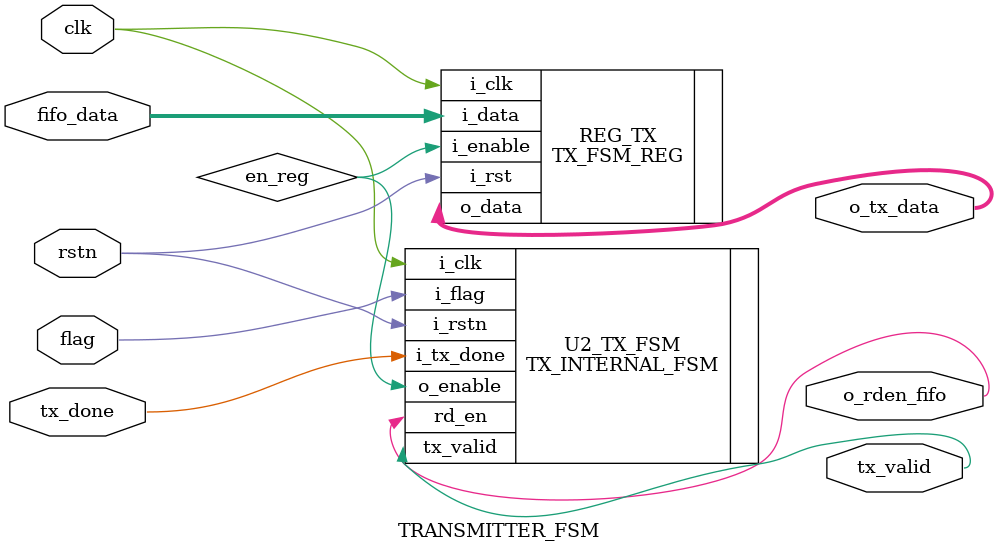
<source format=v>
`timescale 1ns / 1ps

module TRANSMITTER_FSM(
input  clk , 
input  rstn ,
//input i_ack , 
input flag , 
input tx_done , 
input [7:0] fifo_data ,  //Data reads from fifo to transmit
output o_rden_fifo  ,    //Enables the read enable signal of fifo
output [7:0] o_tx_data,  //Data to be transmitted that is read from fifo
output tx_valid          //Signal that activates the UART transmitter to transmit the data
//output wire  o_request 
);
    
   wire en_reg   ;
    
    TX_INTERNAL_FSM
    U2_TX_FSM(                         
          .i_clk(clk) , 
          .i_rstn(rstn) ,
          .i_flag(flag) , 
          .i_tx_done(tx_done) , 
          .o_enable(en_reg )  ,        // enables the UART REGISTER 
          .rd_en(o_rden_fifo)  ,
          .tx_valid(tx_valid)   
    );
    
    TX_FSM_REG 
    REG_TX(
        .i_data(fifo_data) , 
        .i_clk(clk) , 
        .i_rst(rstn) , 
        .i_enable(en_reg) , 
        .o_data(o_tx_data) 
    );
    
    
endmodule

</source>
